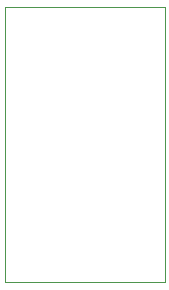
<source format=gbr>
G04 #@! TF.GenerationSoftware,KiCad,Pcbnew,(6.0.1-0)*
G04 #@! TF.CreationDate,2022-03-14T11:45:25-04:00*
G04 #@! TF.ProjectId,MBC1-TSOP40,4d424331-2d54-4534-9f50-34302e6b6963,rev?*
G04 #@! TF.SameCoordinates,Original*
G04 #@! TF.FileFunction,Profile,NP*
%FSLAX46Y46*%
G04 Gerber Fmt 4.6, Leading zero omitted, Abs format (unit mm)*
G04 Created by KiCad (PCBNEW (6.0.1-0)) date 2022-03-14 11:45:25*
%MOMM*%
%LPD*%
G01*
G04 APERTURE LIST*
G04 #@! TA.AperFunction,Profile*
%ADD10C,0.100000*%
G04 #@! TD*
G04 APERTURE END LIST*
D10*
X105860000Y-46390000D02*
X105860000Y-69700000D01*
X119400000Y-46390000D02*
X119400000Y-69700000D01*
X105860000Y-69700000D02*
X119400000Y-69700000D01*
X105860000Y-46390000D02*
X119400000Y-46390000D01*
M02*

</source>
